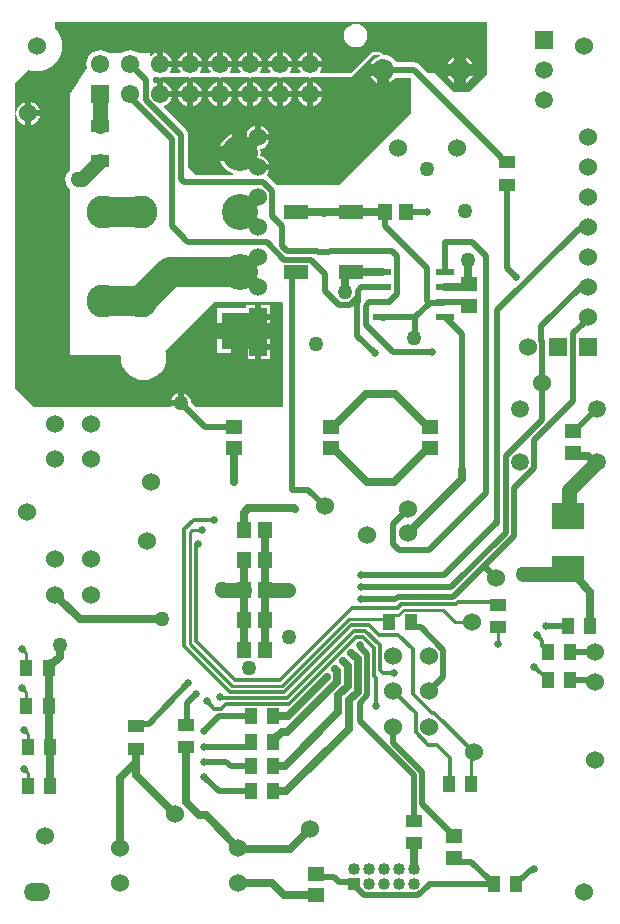
<source format=gbl>
%FSTAX23Y23*%
%MOIN*%
%SFA1B1*%

%IPPOS*%
%ADD10C,0.010000*%
%ADD16R,0.041340X0.055120*%
%ADD17R,0.055120X0.041340*%
%ADD52C,0.050000*%
%ADD53C,0.025000*%
%ADD54C,0.020000*%
%ADD55C,0.012000*%
%ADD57R,0.040000X0.040000*%
%ADD58C,0.040000*%
%ADD59C,0.060000*%
%ADD60O,0.089000X0.060000*%
%ADD61C,0.109840*%
%ADD62C,0.058980*%
%ADD63C,0.072840*%
%ADD64C,0.059060*%
%ADD65R,0.059060X0.059060*%
%ADD66R,0.120000X0.120000*%
%ADD67C,0.120000*%
%ADD68R,0.060000X0.060000*%
%ADD69C,0.061020*%
%ADD70R,0.061020X0.061020*%
%ADD71C,0.050000*%
%ADD72C,0.025000*%
%ADD73R,0.057090X0.045280*%
%ADD74R,0.082680X0.051180*%
%ADD75R,0.045280X0.057090*%
%ADD76R,0.107990X0.085000*%
%ADD77R,0.062990X0.039370*%
%ADD78R,0.059060X0.023620*%
%ADD79C,0.100000*%
%LNmotor_unit_rev_3-1*%
%LPD*%
G36*
X01231Y02875D02*
X0122Y0287D01*
X0121Y02863*
X01203Y02853*
X01202Y0285*
X01244*
Y0283*
X01264*
Y02788*
X01267Y02789*
X01277Y02796*
X01283Y02804*
X01335*
Y02685*
X01095Y02445*
X00889*
X00861Y02473*
X00857Y02476*
X00856Y02481*
X00859Y02485*
X00863Y02495*
X00864Y02496*
X00825*
Y02516*
X00864*
X00863Y02516*
X00859Y02526*
X00853Y02534*
X00845Y0254*
X00835Y02544*
X00834Y02545*
X00835Y02552*
X00833Y02565*
X00834Y02566*
X00835Y02567*
X00845Y02571*
X00853Y02577*
X00859Y02585*
X00863Y02595*
X00864Y02596*
X00825*
Y02606*
X00815*
Y02645*
X00814Y02644*
X00804Y0264*
X00796Y02634*
X0079Y02626*
X0079Y02626*
Y02552*
X00765*
Y02527*
X00699*
X007Y02525*
X00706Y02512*
X00715Y02502*
X00725Y02493*
X00738Y02487*
X00743Y02485*
X00742Y0248*
X0062*
X00593Y02507*
Y02613*
X00591Y02623*
X00586Y02631*
X00511Y02705*
X00512Y02711*
X0052Y02714*
X00528Y02721*
X00535Y02729*
X00539Y02739*
X00539Y0274*
X005*
Y0275*
X0049*
Y02789*
X00489Y02789*
X00481Y02786*
X00476Y02789*
Y02798*
X00476Y02801*
X00479Y02805*
X00493*
X005Y02804*
X00506Y02805*
X00593*
X006Y02804*
X00606Y02805*
X00693*
X007Y02804*
X00706Y02805*
X00793*
X008Y02804*
X00806Y02805*
X00893*
X009Y02804*
X00906Y02805*
X00993*
X01Y02804*
X01006Y02805*
X01135*
X0121Y0288*
X01231*
X01231Y02875*
G37*
G36*
X0159Y02815D02*
X0153Y02755D01*
X0148*
X01415Y0282*
X01393*
X01365Y02848*
X01357Y02853*
X01347Y02855*
X01289*
X01289Y02855*
X0128Y02866*
X0127Y02874*
X01257Y0288*
X01244Y02881*
X01241Y02881*
X01241Y02882*
X0124Y02882*
X0124Y02883*
X01239Y02884*
X01239Y02885*
X01238Y02886*
X01238Y02887*
X01237Y02887*
X01236Y02888*
X01235Y02888*
X01234Y02889*
X01233Y02889*
X01232Y0289*
X01231Y0289*
X01231Y0289*
X0121*
X01206Y02889*
X01203Y02887*
X01136Y0282*
X01034*
X01031Y02825*
X01035Y02829*
X01039Y02839*
X01039Y0284*
X0096*
X0096Y02839*
X00964Y02829*
X00968Y02825*
X00965Y0282*
X00934*
X00931Y02825*
X00935Y02829*
X00939Y02839*
X00939Y0284*
X0086*
X0086Y02839*
X00864Y02829*
X00868Y02825*
X00865Y0282*
X00834*
X00831Y02825*
X00835Y02829*
X00839Y02839*
X00839Y0284*
X0076*
X0076Y02839*
X00764Y02829*
X00768Y02825*
X00765Y0282*
X00734*
X00731Y02825*
X00735Y02829*
X00739Y02839*
X00739Y0284*
X0066*
X0066Y02839*
X00664Y02829*
X00668Y02825*
X00665Y0282*
X00634*
X00631Y02825*
X00635Y02829*
X00639Y02839*
X00639Y0284*
X0056*
X0056Y02839*
X00564Y02829*
X00568Y02825*
X00565Y0282*
X00534*
X00531Y02825*
X00535Y02829*
X00539Y02839*
X00539Y0284*
X005*
Y0285*
X0049*
Y02889*
X00489Y02889*
X00479Y02885*
X00471Y02878*
X00469Y02877*
X00465Y02878*
Y02885*
X00429*
X00422Y02889*
X00411Y02894*
X004Y02895*
X00388Y02894*
X00377Y02889*
X0037Y02885*
X00329*
X00322Y02889*
X00311Y02894*
X003Y02895*
X00288Y02894*
X00277Y02889*
X00267Y02882*
X0026Y02872*
X00255Y02861*
X00254Y0285*
X00255Y02838*
X002Y0275*
Y02496*
X00196Y02493*
X0019Y02485*
X00186Y02475*
X00184Y02465*
X00186Y02454*
X0019Y02444*
X00196Y02436*
X002Y02433*
Y0188*
X00365*
X00369Y01876*
X00368Y01873*
X0037Y01858*
X00374Y01844*
X00381Y0183*
X00391Y01819*
X00402Y01809*
X00415Y01802*
X0043Y01798*
X00444Y01797*
X00459Y01798*
X00473Y01802*
X00487Y01809*
X00498Y01819*
X00508Y0183*
X00515Y01844*
X00519Y01858*
X0052Y01873*
X00519Y01887*
X00517Y01892*
X0068Y02055*
X00905*
X0091Y0205*
Y01705*
X0062*
X00604Y0172*
X00603Y01729*
X006Y01737*
X00594Y01744*
X00587Y0175*
X00579Y01753*
Y0172*
X00569*
Y0171*
X00535*
X00536Y01709*
X00533Y01705*
X0008*
X00015Y0177*
Y02682*
X0002Y02682*
X00021Y02674*
X00025Y02664*
X00031Y02656*
X00039Y0265*
X00049Y02646*
X0005Y02645*
Y02685*
Y02724*
X00049Y02723*
X00039Y02719*
X00031Y02713*
X00025Y02705*
X00021Y02695*
X0002Y02687*
X00015Y02687*
Y02785*
X00061Y02831*
X00072Y02828*
X00089Y02826*
X00105Y02828*
X00121Y02833*
X00135Y0284*
X00148Y02851*
X00159Y02864*
X00166Y02878*
X00171Y02894*
X00173Y02911*
X00171Y02927*
X00166Y02943*
X00159Y02957*
X0015Y02969*
Y02989*
X0159*
Y02815*
G37*
%LNmotor_unit_rev_3-2*%
%LPC*%
G36*
X01224Y0281D02*
X01202D01*
X01203Y02806*
X0121Y02796*
X0122Y02789*
X01224Y02788*
Y0281*
G37*
G36*
X0101Y02789D02*
Y0276D01*
X01039*
X01039Y0276*
X01035Y0277*
X01028Y02778*
X0102Y02785*
X0101Y02789*
X0101Y02789*
G37*
G36*
X0099D02*
X00989Y02789D01*
X00979Y02785*
X00971Y02778*
X00964Y0277*
X0096Y0276*
X0096Y0276*
X0099*
Y02789*
G37*
G36*
X0091D02*
Y0276D01*
X00939*
X00939Y0276*
X00935Y0277*
X00928Y02778*
X0092Y02785*
X0091Y02789*
X0091Y02789*
G37*
G36*
X0089D02*
X00889Y02789D01*
X00879Y02785*
X00871Y02778*
X00864Y0277*
X0086Y0276*
X0086Y0276*
X0089*
Y02789*
G37*
G36*
X0081D02*
Y0276D01*
X00839*
X00839Y0276*
X00835Y0277*
X00828Y02778*
X0082Y02785*
X0081Y02789*
X0081Y02789*
G37*
G36*
X0079D02*
X00789Y02789D01*
X00779Y02785*
X00771Y02778*
X00764Y0277*
X0076Y0276*
X0076Y0276*
X0079*
Y02789*
G37*
G36*
X0071D02*
Y0276D01*
X00739*
X00739Y0276*
X00735Y0277*
X00728Y02778*
X0072Y02785*
X0071Y02789*
X0071Y02789*
G37*
G36*
X0069D02*
X00689Y02789D01*
X00679Y02785*
X00671Y02778*
X00664Y0277*
X0066Y0276*
X0066Y0276*
X0069*
Y02789*
G37*
G36*
X0061D02*
Y0276D01*
X00639*
X00639Y0276*
X00635Y0277*
X00628Y02778*
X0062Y02785*
X0061Y02789*
X0061Y02789*
G37*
G36*
X0059D02*
X00589Y02789D01*
X00579Y02785*
X00571Y02778*
X00564Y0277*
X0056Y0276*
X0056Y0276*
X0059*
Y02789*
G37*
G36*
X0051D02*
Y0276D01*
X00539*
X00539Y0276*
X00535Y0277*
X00528Y02778*
X0052Y02785*
X0051Y02789*
X0051Y02789*
G37*
G36*
X01039Y0274D02*
X0101D01*
Y0271*
X0101Y0271*
X0102Y02714*
X01028Y02721*
X01035Y02729*
X01039Y02739*
X01039Y0274*
G37*
G36*
X0099D02*
X0096D01*
X0096Y02739*
X00964Y02729*
X00971Y02721*
X00979Y02714*
X00989Y0271*
X0099Y0271*
Y0274*
G37*
G36*
X00939D02*
X0091D01*
Y0271*
X0091Y0271*
X0092Y02714*
X00928Y02721*
X00935Y02729*
X00939Y02739*
X00939Y0274*
G37*
G36*
X0089D02*
X0086D01*
X0086Y02739*
X00864Y02729*
X00871Y02721*
X00879Y02714*
X00889Y0271*
X0089Y0271*
Y0274*
G37*
G36*
X00839D02*
X0081D01*
Y0271*
X0081Y0271*
X0082Y02714*
X00828Y02721*
X00835Y02729*
X00839Y02739*
X00839Y0274*
G37*
G36*
X0079D02*
X0076D01*
X0076Y02739*
X00764Y02729*
X00771Y02721*
X00779Y02714*
X00789Y0271*
X0079Y0271*
Y0274*
G37*
G36*
X00739D02*
X0071D01*
Y0271*
X0071Y0271*
X0072Y02714*
X00728Y02721*
X00735Y02729*
X00739Y02739*
X00739Y0274*
G37*
G36*
X0069D02*
X0066D01*
X0066Y02739*
X00664Y02729*
X00671Y02721*
X00679Y02714*
X00689Y0271*
X0069Y0271*
Y0274*
G37*
G36*
X00639D02*
X0061D01*
Y0271*
X0061Y0271*
X0062Y02714*
X00628Y02721*
X00635Y02729*
X00639Y02739*
X00639Y0274*
G37*
G36*
X0059D02*
X0056D01*
X0056Y02739*
X00564Y02729*
X00571Y02721*
X00579Y02714*
X00589Y0271*
X0059Y0271*
Y0274*
G37*
G36*
X00835Y02645D02*
Y02616D01*
X00864*
X00863Y02616*
X00859Y02626*
X00853Y02634*
X00845Y0264*
X00835Y02644*
X00835Y02645*
G37*
G36*
X0074Y02617D02*
X00738Y02616D01*
X00725Y0261*
X00715Y02601*
X00706Y02591*
X007Y02578*
X00699Y02577*
X0074*
Y02617*
G37*
G36*
X01151Y02983D02*
X01141Y02982D01*
X01132Y02978*
X01124Y02972*
X01117Y02964*
X01113Y02955*
X01112Y02944*
X01113Y02934*
X01117Y02925*
X01124Y02917*
X01132Y02911*
X01141Y02907*
X01151Y02906*
X01161Y02907*
X01171Y02911*
X01179Y02917*
X01185Y02925*
X01189Y02934*
X0119Y02944*
X01189Y02955*
X01185Y02964*
X01179Y02972*
X01171Y02978*
X01161Y02982*
X01151Y02983*
G37*
G36*
X0101Y02889D02*
Y0286D01*
X01039*
X01039Y0286*
X01035Y0287*
X01028Y02878*
X0102Y02885*
X0101Y02889*
X0101Y02889*
G37*
G36*
X0099D02*
X00989Y02889D01*
X00979Y02885*
X00971Y02878*
X00964Y0287*
X0096Y0286*
X0096Y0286*
X0099*
Y02889*
G37*
G36*
X0091D02*
Y0286D01*
X00939*
X00939Y0286*
X00935Y0287*
X00928Y02878*
X0092Y02885*
X0091Y02889*
X0091Y02889*
G37*
G36*
X0089D02*
X00889Y02889D01*
X00879Y02885*
X00871Y02878*
X00864Y0287*
X0086Y0286*
X0086Y0286*
X0089*
Y02889*
G37*
G36*
X0081D02*
Y0286D01*
X00839*
X00839Y0286*
X00835Y0287*
X00828Y02878*
X0082Y02885*
X0081Y02889*
X0081Y02889*
G37*
G36*
X0079D02*
X00789Y02889D01*
X00779Y02885*
X00771Y02878*
X00764Y0287*
X0076Y0286*
X0076Y0286*
X0079*
Y02889*
G37*
G36*
X0071D02*
Y0286D01*
X00739*
X00739Y0286*
X00735Y0287*
X00728Y02878*
X0072Y02885*
X0071Y02889*
X0071Y02889*
G37*
G36*
X0069D02*
X00689Y02889D01*
X00679Y02885*
X00671Y02878*
X00664Y0287*
X0066Y0286*
X0066Y0286*
X0069*
Y02889*
G37*
G36*
X0061D02*
Y0286D01*
X00639*
X00639Y0286*
X00635Y0287*
X00628Y02878*
X0062Y02885*
X0061Y02889*
X0061Y02889*
G37*
G36*
X0059D02*
X00589Y02889D01*
X00579Y02885*
X00571Y02878*
X00564Y0287*
X0056Y0286*
X0056Y0286*
X0059*
Y02889*
G37*
G36*
X0051D02*
Y0286D01*
X00539*
X00539Y0286*
X00535Y0287*
X00528Y02878*
X0052Y02885*
X0051Y02889*
X0051Y02889*
G37*
G36*
X0152Y02871D02*
Y0285D01*
X01541*
X0154Y02853*
X01533Y02863*
X01523Y0287*
X0152Y02871*
G37*
G36*
X0148D02*
X01476Y0287D01*
X01466Y02863*
X01459Y02853*
X01458Y0285*
X0148*
Y02871*
G37*
G36*
X01541Y0281D02*
X0152D01*
Y02788*
X01523Y02789*
X01533Y02796*
X0154Y02806*
X01541Y0281*
G37*
G36*
X0148D02*
X01458D01*
X01459Y02806*
X01466Y02796*
X01476Y02789*
X0148Y02788*
Y0281*
G37*
G36*
X0007Y02724D02*
Y02695D01*
X00099*
X00098Y02695*
X00094Y02705*
X00088Y02713*
X0008Y02719*
X0007Y02723*
X0007Y02724*
G37*
G36*
X00099Y02675D02*
X0007D01*
Y02645*
X0007Y02646*
X0008Y0265*
X00088Y02656*
X00094Y02664*
X00098Y02674*
X00099Y02675*
G37*
G36*
X00865Y02046D02*
X00835D01*
Y02016*
X00865*
Y02046*
G37*
G36*
X00815D02*
X00785D01*
Y02036*
X0069*
Y01988*
X00765*
X00865*
Y01996*
X00825*
Y02006*
X00815*
Y02046*
G37*
G36*
X00737Y01933D02*
X0069D01*
Y01886*
X00737*
Y01933*
G37*
G36*
X00865Y01896D02*
X00835D01*
Y01866*
X00865*
Y01896*
G37*
G36*
Y01933D02*
X00792D01*
Y01866*
X00815*
Y01906*
X00825*
Y01916*
X00865*
Y01933*
G37*
G36*
X00559Y01753D02*
X00551Y0175D01*
X00544Y01744*
X00538Y01737*
X00535Y0173*
X00559*
Y01753*
G37*
%LNmotor_unit_rev_3-3*%
%LPD*%
G54D10*
X0004Y009D02*
X00054Y00885D01*
Y00838D02*
Y00885D01*
X0004Y0077D02*
X00054Y00755D01*
Y0071D02*
Y00755D01*
X00045Y0063D02*
X00059Y00615D01*
Y00573D02*
Y00615D01*
X00045Y005D02*
X00059Y00485D01*
Y00443D02*
Y00485D01*
X01625Y00917D02*
Y00972D01*
X01252Y00999D02*
X01259Y00993D01*
X00906Y00777D02*
X01128Y00999D01*
X01252*
X006Y00917D02*
X0074Y00777D01*
X006Y00917D02*
Y01238D01*
X01259Y00993D02*
X01262Y0099D01*
X0074Y00777D02*
X00906D01*
X01311Y0103D02*
X01444D01*
X01293Y01012D02*
X01311Y0103D01*
X01278Y01012D02*
X01293D01*
X01262Y00996D02*
X01278Y01012D01*
X00599Y01239D02*
Y01289D01*
Y01239D02*
X006Y01238D01*
X00605Y01295D02*
X0064D01*
X00599Y01289D02*
X00605Y01295D01*
X01444Y0103D02*
X01484Y0099D01*
X0154*
X01537Y00547D02*
X01545Y00555D01*
X01537Y0045D02*
Y00547D01*
G54D16*
X01867Y00795D03*
X01792D03*
X01867Y0089D03*
X01792D03*
X01462Y0045D03*
X01537D03*
X01337Y0099D03*
X01262D03*
X01934Y00975D03*
X0186D03*
X00802Y00675D03*
X00877D03*
X00802Y0059D03*
X00877D03*
X00802Y0051D03*
X00877D03*
X00802Y00425D03*
X00877D03*
X01612Y00115D03*
X01687D03*
X00134Y00443D03*
X00059D03*
X00134Y00573D03*
X00059D03*
X00129Y0071D03*
X00054D03*
X00129Y00838D03*
X00054D03*
G54D17*
X01655Y02522D03*
Y02447D03*
X01625Y01047D03*
Y00972D03*
X00585Y00572D03*
Y00647D03*
X0042Y00567D03*
Y00642D03*
X01345Y00327D03*
Y00252D03*
G54D52*
X00225Y02465D02*
X00239D01*
X00293Y02519D02*
Y0252D01*
X00298Y02525D02*
X003D01*
X00239Y02465D02*
X00293Y02519D01*
X003Y02525D02*
D01*
X00293Y0252D02*
X00298Y02525D01*
X00705Y011D02*
X00706Y01098D01*
X0171Y0115D02*
X01799D01*
X018Y0115*
X0184*
X01858Y01167*
X00706Y01098D02*
X00777D01*
X00779Y01096*
X0085Y01095D02*
X00925D01*
X01858Y01342D02*
X01863Y01347D01*
Y0143*
X01955Y01522*
X003Y02644D02*
D01*
Y0275D01*
G54D53*
X00912Y00079D02*
X0102D01*
X00871Y0012D02*
X00912Y00079D01*
X0076Y0012D02*
X00871D01*
X00763Y00234D02*
X00934D01*
X0076Y00238D02*
X00763Y00234D01*
X00585Y0039D02*
X0063Y00345D01*
X00653*
X0076Y00238*
X00585Y0039D02*
Y00572D01*
X0042Y00524D02*
Y00564D01*
X00419Y0048D02*
Y00524D01*
Y0048D02*
X0055Y0035D01*
X00934Y00234D02*
X01Y003D01*
X01946Y01522D02*
X01955D01*
X01925Y01544D02*
X01946Y01522D01*
X01885Y01544D02*
X01925D01*
X01875Y01554D02*
X01885Y01544D01*
X00745Y01455D02*
Y01569D01*
X01225Y01455D02*
X01279D01*
X01394Y01569*
X014*
X0119Y01455D02*
X01225D01*
X01075Y01569D02*
X0119Y01455D01*
X0107Y01569D02*
X01075D01*
X01225Y0175D02*
X01284D01*
X01394Y0164*
X014*
X01185Y0175D02*
X01225D01*
X01075Y0164D02*
X01185Y0175D01*
X0107Y0164D02*
X01075D01*
X00779Y01295D02*
Y01354D01*
Y01295D02*
D01*
Y01354D02*
X00794Y01369D01*
X00947*
X0095Y01367*
X00231Y01D02*
X00507D01*
X0015Y01081D02*
X00231Y01D01*
X01934Y00975D02*
Y01091D01*
X01899Y01126D02*
X01934Y01091D01*
X01899Y01126D02*
Y01137D01*
X01869Y01167D02*
X01899Y01137D01*
X01858Y01167D02*
X01869D01*
X00779Y00995D02*
Y01095D01*
X01135Y02355D02*
X01249D01*
X01044D02*
X01135D01*
X00779Y01096D02*
Y01195D01*
Y01095D02*
Y01096D01*
X00953Y02355D02*
X01044D01*
X01045Y02354*
X00779Y00895D02*
Y00995D01*
X00134Y00443D02*
Y00573D01*
X00129Y00593D02*
Y0071D01*
Y00838*
X00165Y00874D02*
Y00913D01*
X00144Y00853D02*
X00165Y00874D01*
X00137Y00853D02*
X00144D01*
X00129Y00844D02*
X00137Y00853D01*
X00129Y00838D02*
Y00844D01*
X00419Y00566D02*
X0042Y00564D01*
X00419Y00524D02*
Y00566D01*
X00365Y0047D02*
X00419Y00524D01*
X00365Y00238D02*
Y0047D01*
X01345Y0017D02*
Y00252D01*
X0085Y00895D02*
Y00995D01*
Y01095*
Y01195*
Y01295*
X01115Y0209D02*
Y02135D01*
X0112Y02155D02*
X01135D01*
X01115Y02135D02*
X01135Y02155D01*
X0124*
X01449Y02105D02*
X0152D01*
X01525Y0212D02*
Y02195D01*
X0152Y02105D02*
X0153Y02115D01*
X01525Y0212D02*
X0153Y02115D01*
X01158Y00757D02*
Y00865D01*
X01137Y00887D02*
X01158Y00865D01*
X01129Y00729D02*
X01158Y00757D01*
X01129Y00634D02*
Y00729D01*
X0092Y00425D02*
X01129Y00634D01*
X00877Y00425D02*
X0092D01*
X01125Y00776D02*
Y00844D01*
X01094Y00745D02*
X01125Y00776D01*
X0111Y0086D02*
X01125Y00844D01*
X01094Y00689D02*
Y00745D01*
X00915Y0051D02*
X01094Y00689D01*
X00877Y0051D02*
X00915D01*
X01082Y00832D02*
X0109Y00825D01*
Y00791D02*
Y00825D01*
X00924Y00624D02*
X0109Y00791D01*
X00905Y00624D02*
X00924D01*
X00877Y00596D02*
X00905Y00624D01*
X00877Y0059D02*
Y00596D01*
X00925Y00675D02*
X01055Y00805D01*
X00877Y00675D02*
X00925D01*
X01505Y01465D02*
Y01495D01*
X01325Y01285D02*
X01505Y01465D01*
G54D54*
X01475Y00275D02*
X01488Y00288D01*
X01155Y00103D02*
Y00107D01*
X01395Y00113D02*
Y00115D01*
X0136Y00079D02*
X01395Y00113D01*
X01179Y00079D02*
X0136D01*
X01155Y00103D02*
X01179Y00079D01*
X01145Y00117D02*
X01155Y00107D01*
X01137Y00124D02*
X01145Y00117D01*
X01095Y00124D02*
X01137D01*
X01078Y0014D02*
X01095Y00124D01*
X01029Y0014D02*
X01078D01*
X0102Y0015D02*
X01029Y0014D01*
X01239Y02003D02*
X01245D01*
X01955Y017D02*
X01955D01*
X0188Y01625D02*
X01955Y017D01*
X01875Y01625D02*
X0188D01*
X00649Y0164D02*
X00745D01*
X00569Y0172D02*
X00649Y0164D01*
X00745D02*
X0075D01*
X0135Y0194D02*
Y02005D01*
X01243D02*
X0135D01*
X01243D02*
X01245Y02003D01*
X0135Y02005D02*
X01398Y02053D01*
X01345Y01935D02*
X0135Y0194D01*
X01398Y02053D02*
X01447D01*
X01449Y02055*
X0124Y02005D02*
X01243D01*
X01248Y02311D02*
Y02353D01*
X01249Y02355*
X01248Y02311D02*
X0139Y0217D01*
X01535Y00191D02*
X01595Y00132D01*
X01601*
X01612Y00121*
Y00115D02*
Y00121D01*
X01395Y00115D02*
X01612D01*
X0139Y02061D02*
Y0217D01*
X0148Y00204D02*
X01492Y00191D01*
X01535*
X0139Y02061D02*
X01398Y02053D01*
X01519Y02055D02*
X0153Y02044D01*
X01449Y02055D02*
X01519D01*
X0147Y00204D02*
X01475D01*
X01165Y00908D02*
Y00914D01*
X01188Y00745D02*
Y00884D01*
X01165Y00908D02*
X01188Y00884D01*
X01165Y00721D02*
X01188Y00745D01*
X01165Y0066D02*
Y00721D01*
X01345Y00327D02*
Y0048D01*
X01165Y0066D02*
X01345Y0048D01*
X01945Y00795D02*
X0195Y0079D01*
X01867Y00795D02*
X01945D01*
X01867Y0089D02*
X0195D01*
X00645Y00474D02*
X00695Y00425D01*
X00802*
X00645Y00524D02*
X0072D01*
X00735Y0051*
X00802*
X00645Y00574D02*
X00791D01*
X00802Y00585*
Y0059*
X00645Y00625D02*
X00695Y00675D01*
X00802*
X01785Y00975D02*
X0186D01*
X01744Y00164D02*
X01745Y00165D01*
X01736Y00164D02*
X01744D01*
X01704Y00132D02*
X01736Y00164D01*
X01698Y00132D02*
X01704D01*
X01687Y00121D02*
X01698Y00132D01*
X01687Y00115D02*
Y00121D01*
X01655Y0217D02*
X01685Y0214D01*
X01655Y0217D02*
Y02447D01*
X01337Y00983D02*
X01348Y00972D01*
X01368*
X01443Y00897*
Y00808D02*
Y00897D01*
X01395Y0076D02*
X01443Y00808D01*
X01337Y00983D02*
Y0099D01*
X00993Y01431D02*
X0105Y01375D01*
X00938Y01431D02*
X00993D01*
X00938D02*
Y02155D01*
X01652Y01287D02*
Y01542D01*
X01469Y01105D02*
X01652Y01287D01*
X0117Y01105D02*
X01469D01*
X0177Y01975D02*
X01913Y02118D01*
X01773Y01785D02*
Y01925D01*
Y01662D02*
Y01785D01*
X01652Y01542D02*
X01773Y01662D01*
X0177Y01928D02*
Y01975D01*
Y01928D02*
X01773Y01925D01*
X01913Y02118D02*
X01925Y02106D01*
X00429Y00651D02*
X00461D01*
X0042Y00642D02*
X00429Y00651D01*
X00461D02*
X00594Y00785D01*
X0059Y0072D02*
X0062Y0075D01*
X0059Y00652D02*
Y0072D01*
X00585Y00647D02*
X0059Y00652D01*
X01445Y01145D02*
X0162Y0132D01*
X0117Y01145D02*
X01445D01*
X01624Y01324D02*
Y02029D01*
X0162Y0132D02*
X01624Y01324D01*
Y02029D02*
X01896Y02301D01*
X0192*
X01925Y02306*
X01276Y00587D02*
Y00641D01*
Y00587D02*
X01373Y00491D01*
Y00382D02*
Y00491D01*
X01474Y00275D02*
X01475D01*
X0148*
X01461Y00288D02*
X01474Y00275D01*
X01373Y00382D02*
X01461Y00293D01*
Y00288D02*
Y00293D01*
X0132Y02355D02*
X0139D01*
X0168Y01276D02*
Y01436D01*
X01747Y01503*
X01579Y01175D02*
X0168Y01276D01*
X01747Y01503D02*
Y01597D01*
X01477Y01073D02*
X01579Y01175D01*
X0162Y01135*
X01911Y01986D02*
X01935Y0201D01*
X0192D02*
X01935D01*
X01293Y01073D02*
X01477D01*
X01284Y01065D02*
X01293Y01073D01*
X0117Y01065D02*
X01284D01*
X01911Y01986D02*
Y02001D01*
X01877Y01952D02*
X01911Y01986D01*
X01877Y01727D02*
Y01952D01*
X01911Y02001D02*
X0192D01*
X01747Y01597D02*
X01877Y01727D01*
X0192Y02001D02*
X01925Y02006D01*
X01277Y01249D02*
X01296Y0123D01*
X01277Y01249D02*
Y01317D01*
X01395Y0123D02*
X01585Y0142D01*
X01296Y0123D02*
X01395D01*
X01277Y01317D02*
X01325Y01365D01*
X01585Y0142D02*
Y0221D01*
X0154Y02255D02*
X01585Y0221D01*
X01449Y02255D02*
X0154D01*
X01449Y02155D02*
Y02255D01*
X01505Y01495D02*
Y01949D01*
X01449Y02005D02*
X01505Y01949D01*
X01185Y01981D02*
Y02043D01*
Y01981D02*
X01276Y0189D01*
X01185Y02043D02*
X01196Y02055D01*
X0124*
X01276Y0189D02*
X01405D01*
X01067Y02226D02*
X01271D01*
X01062Y02222D02*
X01067Y02226D01*
X01271D02*
X01288Y0221D01*
Y02083D02*
Y0221D01*
X01027Y02222D02*
X01062D01*
X01022Y02226D02*
X01027Y02222D01*
X0124Y02055D02*
X01258D01*
X0126Y02056*
X01261*
X01288Y02083*
X00923Y02226D02*
X01022D01*
X00905Y02244D02*
X00923Y02226D01*
X00905Y02244D02*
Y02311D01*
X00568Y02466D02*
X00579Y02455D01*
X00568Y02466D02*
Y02613D01*
X00451Y02729D02*
X00568Y02613D01*
X00451Y02729D02*
Y02798D01*
X004Y0285D02*
X00451Y02798D01*
X00579Y02455D02*
X00843D01*
X00873Y02425*
Y02343D02*
Y02425D01*
Y02343D02*
X00905Y02311D01*
X01169Y02105D02*
X0124D01*
X01158Y02055D02*
Y02072D01*
X01157Y01943D02*
X01215Y01885D01*
X01158Y02072D02*
Y02093D01*
X01157Y01943D02*
Y02054D01*
X01158Y02093D02*
X01169Y02105D01*
X01157Y02054D02*
X01158Y02055D01*
X004Y02741D02*
X0054Y02601D01*
X004Y02741D02*
Y0275D01*
X0054Y0231D02*
Y02601D01*
X01002Y02198D02*
X01049Y02151D01*
Y02094D02*
Y02151D01*
X00911Y02198D02*
X01002D01*
X00855Y02255D02*
X00911Y02198D01*
X00591Y02255D02*
X00855D01*
X0054Y0231D02*
X0058Y0227D01*
Y02266D02*
Y0227D01*
Y02266D02*
X00591Y02255D01*
X01049Y02094D02*
X01097Y02047D01*
X01132*
X01158Y02072*
X01244Y0283D02*
X01347D01*
X01637Y02539*
Y02533D02*
Y02539D01*
Y02533D02*
X01648Y02522D01*
X01655*
G54D55*
X01232Y00829D02*
Y00912D01*
X00922Y00738D02*
X01145Y0096D01*
X01184D02*
X01232Y00912D01*
X01145Y0096D02*
X01184D01*
X00708Y00738D02*
X00922D01*
X01232Y00829D02*
X01242Y0082D01*
X0128*
X01771Y00911D02*
Y00928D01*
X01755Y00945D02*
X01771Y00928D01*
Y00911D02*
X01777D01*
X01126Y00913D02*
X01126D01*
X01154Y0094*
X01212Y0081D02*
Y00903D01*
X01175Y0094D02*
X01212Y00903D01*
X01154Y0094D02*
X01175D01*
X00719Y00716D02*
X00929D01*
X00703Y007D02*
X00719Y00716D01*
X0068Y007D02*
X00703D01*
X00655Y00725D02*
X0068Y007D01*
X00929Y00716D02*
X01126Y00913D01*
X01212Y0081D02*
X0122Y00803D01*
Y0071D02*
Y00803D01*
X01745Y0084D02*
X01747D01*
X01771Y00816*
X01777*
X01792Y00801*
Y00795D02*
Y00801D01*
X01276Y0076D02*
X01351Y00685D01*
Y00623D02*
Y00685D01*
Y00623D02*
X01393Y0058D01*
X01423*
X01466Y00537*
Y00453D02*
Y00537D01*
X01462Y0045D02*
X01466Y00453D01*
X00898Y00796D02*
X0114Y01038D01*
X01292*
X00619Y00925D02*
X00748Y00796D01*
X00619Y00925D02*
Y01244D01*
X00748Y00796D02*
X00898D01*
X01493Y01055D02*
X01625D01*
X01487Y01049D02*
X01493Y01055D01*
X01303Y01049D02*
X01487D01*
X01292Y01038D02*
X01303Y01049D01*
X00619Y01244D02*
X00625Y0125D01*
X01196Y0098D02*
X01229Y00948D01*
X00913Y00758D02*
X01136Y0098D01*
X01196*
X01229Y00948D02*
X01294D01*
X0058Y0091D02*
X00732Y00758D01*
X0058Y0091D02*
Y01299D01*
X00732Y00758D02*
X00913D01*
X01343Y00749D02*
Y00899D01*
X01294Y00948D02*
X01343Y00899D01*
X00611Y0133D02*
X0068D01*
X0058Y01299D02*
X00611Y0133D01*
X01343Y00749D02*
X01406Y00685D01*
X01414*
X01545Y00555*
G54D57*
X01145Y00117D03*
G54D58*
X01145Y00167D03*
X01195Y00117D03*
Y00167D03*
X01245Y00117D03*
Y00167D03*
X01295Y00117D03*
Y00167D03*
X01345Y00117D03*
Y00167D03*
G54D59*
X0195Y0053D03*
Y0079D03*
Y0089D03*
X0006Y02685D03*
X0119Y0128D03*
X00115Y00275D03*
X0047Y01455D03*
X00365Y00238D03*
Y0012D03*
X0105Y01375D03*
X00268Y0165D03*
Y01532D03*
X0015Y0165D03*
Y01532D03*
X01395Y00641D03*
X01276D03*
X01395Y0076D03*
X01276D03*
Y00878D03*
X01395D03*
X00268Y012D03*
Y01081D03*
X0015Y012D03*
Y01081D03*
X01545Y00555D03*
X0154Y0099D03*
X00055Y01355D03*
X01911Y02911D03*
Y00089D03*
X00089Y02911D03*
X01325Y01365D03*
Y01285D03*
X0076Y0012D03*
Y00238D03*
X00455Y0126D03*
X01293Y02571D03*
X0149D03*
X01725Y01906D03*
X01925Y02006D03*
Y02106D03*
Y02206D03*
Y02306D03*
Y02406D03*
Y02506D03*
Y02606D03*
X00825D03*
Y02506D03*
Y02406D03*
Y02306D03*
Y02206D03*
Y02106D03*
X01Y003D03*
X0055Y0035D03*
X01773Y01785D03*
X0162Y01135D03*
G54D60*
X00089Y00089D03*
G54D61*
X00435Y02355D03*
X00309D03*
X00435Y0206D03*
X00309D03*
G54D62*
X017Y017D03*
X01955D03*
X017Y01522D03*
X01955D03*
G54D63*
X015Y0283D03*
X01244D03*
G54D64*
X0178Y0273D03*
Y0283D03*
G54D65*
X0178Y0293D03*
G54D66*
X00765Y01961D03*
G54D67*
X00765Y02158D03*
Y02355D03*
Y02552D03*
G54D68*
X01825Y01906D03*
X01925D03*
X00825Y02006D03*
Y01906D03*
G54D69*
X01Y0275D03*
X009D03*
X008D03*
X007D03*
X006D03*
X005D03*
X004D03*
X01Y0285D03*
X009D03*
X008D03*
X007D03*
X006D03*
X005D03*
X004D03*
X003D03*
G54D70*
X003Y0275D03*
G54D71*
X0032Y018D03*
X00225Y02465D03*
X0142Y029D03*
X0139Y025D03*
X01515Y0236D03*
X0102Y01915D03*
X01276Y0273D03*
X01095Y02555D03*
X00965D03*
X00569Y0172D03*
X00507Y01D03*
X01345Y01935D03*
X00795Y00835D03*
X00705Y011D03*
X0171Y0115D03*
X0093Y0094D03*
X00165Y00913D03*
X00925Y01095D03*
X01115Y0209D03*
X01525Y02195D03*
G54D72*
X00745Y01455D03*
X01225Y0175D03*
Y01455D03*
X0095Y01367D03*
X007Y0074D03*
X0128Y0082D03*
X01755Y00945D03*
X00655Y00725D03*
X0122Y0071D03*
X01745Y0084D03*
X01165Y00914D03*
X00645Y00474D03*
Y00524D03*
Y00574D03*
X00645Y00625D03*
X0004Y009D03*
X01785Y00975D03*
X0004Y0077D03*
X00045Y0063D03*
X01745Y00165D03*
X01685Y02139D03*
X00045Y005D03*
X01625Y00917D03*
X0117Y01105D03*
X00594Y00785D03*
X0062Y0075D03*
X0162Y0132D03*
X0117Y01145D03*
X0139Y02355D03*
X00625Y0125D03*
X0064Y01295D03*
X0068Y0133D03*
X0117Y01065D03*
X01137Y00887D03*
X0111Y0086D03*
X01082Y00832D03*
X01055Y00805D03*
X01405Y0189D03*
X01215Y01885D03*
G54D73*
X01875Y01625D03*
Y01554D03*
X014Y01569D03*
Y0164D03*
X0107Y01569D03*
Y0164D03*
X00745Y01569D03*
Y0164D03*
X0153Y02044D03*
Y02115D03*
X0102Y0015D03*
Y00079D03*
X0148Y00275D03*
Y00204D03*
G54D74*
X01135Y02355D03*
Y02155D03*
X00953D03*
Y02355D03*
G54D75*
X0132Y02355D03*
X01249D03*
X00779Y01295D03*
X0085D03*
Y01195D03*
X00779D03*
X0085Y01095D03*
X00779D03*
X0085Y00995D03*
X00779D03*
X0085Y00895D03*
X00779D03*
G54D76*
X01858Y01342D03*
Y01167D03*
G54D77*
X003Y02644D03*
Y02525D03*
G54D78*
X01449Y02155D03*
Y02105D03*
Y02055D03*
Y02005D03*
X0124D03*
Y02055D03*
Y02105D03*
Y02155D03*
G54D79*
X00435Y0206D02*
X00533Y02158D01*
X00765*
X00435Y0206D02*
X00435D01*
X00309D02*
X00435D01*
X00309Y02355D02*
X00435D01*
M02*
</source>
